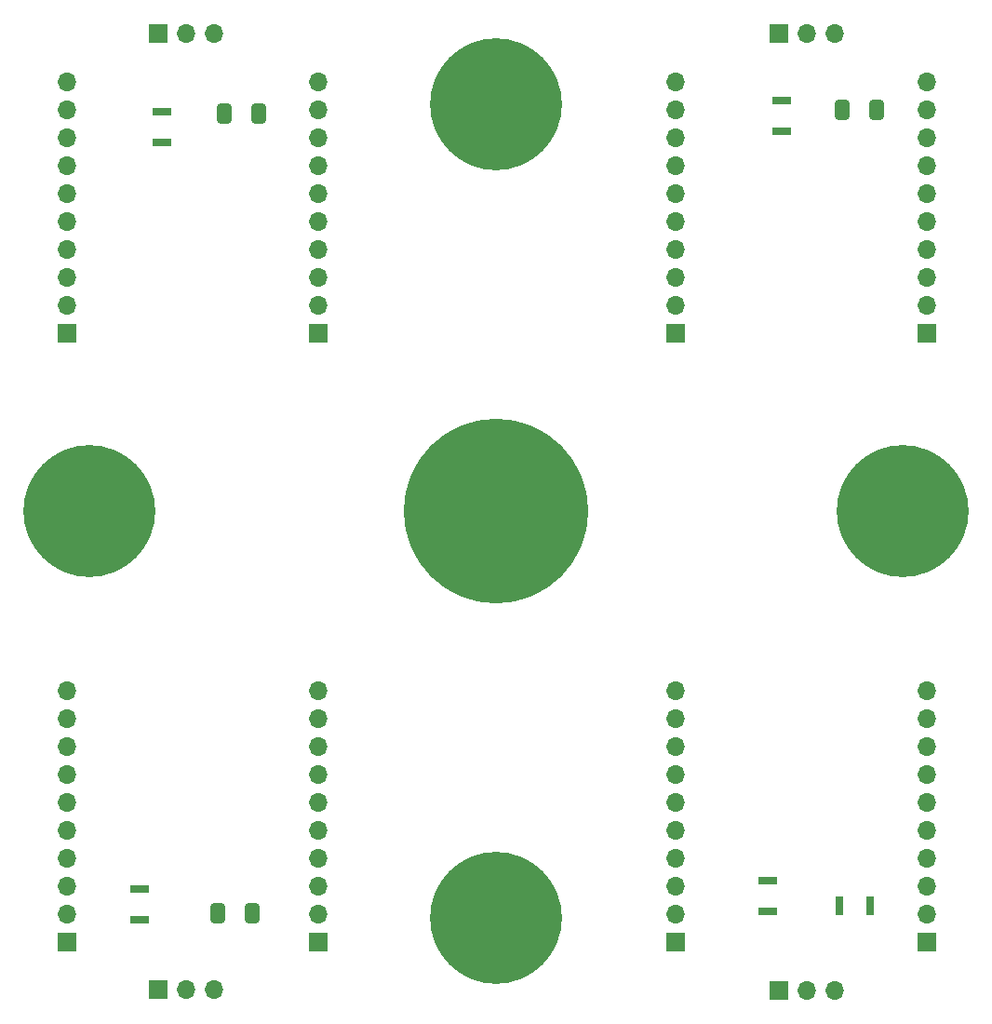
<source format=gbr>
%TF.GenerationSoftware,KiCad,Pcbnew,7.0.5-0*%
%TF.CreationDate,2023-08-23T15:34:40-04:00*%
%TF.ProjectId,quad_sipm,71756164-5f73-4697-906d-2e6b69636164,6.2*%
%TF.SameCoordinates,Original*%
%TF.FileFunction,Soldermask,Bot*%
%TF.FilePolarity,Negative*%
%FSLAX46Y46*%
G04 Gerber Fmt 4.6, Leading zero omitted, Abs format (unit mm)*
G04 Created by KiCad (PCBNEW 7.0.5-0) date 2023-08-23 15:34:40*
%MOMM*%
%LPD*%
G01*
G04 APERTURE LIST*
G04 Aperture macros list*
%AMRoundRect*
0 Rectangle with rounded corners*
0 $1 Rounding radius*
0 $2 $3 $4 $5 $6 $7 $8 $9 X,Y pos of 4 corners*
0 Add a 4 corners polygon primitive as box body*
4,1,4,$2,$3,$4,$5,$6,$7,$8,$9,$2,$3,0*
0 Add four circle primitives for the rounded corners*
1,1,$1+$1,$2,$3*
1,1,$1+$1,$4,$5*
1,1,$1+$1,$6,$7*
1,1,$1+$1,$8,$9*
0 Add four rect primitives between the rounded corners*
20,1,$1+$1,$2,$3,$4,$5,0*
20,1,$1+$1,$4,$5,$6,$7,0*
20,1,$1+$1,$6,$7,$8,$9,0*
20,1,$1+$1,$8,$9,$2,$3,0*%
G04 Aperture macros list end*
%ADD10C,16.800000*%
%ADD11C,12.000000*%
%ADD12R,1.700000X1.700000*%
%ADD13O,1.700000X1.700000*%
%ADD14RoundRect,0.250000X0.412500X0.650000X-0.412500X0.650000X-0.412500X-0.650000X0.412500X-0.650000X0*%
%ADD15R,0.701600X1.699200*%
%ADD16R,1.699200X0.701600*%
G04 APERTURE END LIST*
D10*
%TO.C,H2*%
X100000000Y-100000000D03*
%TD*%
D11*
%TO.C,H3*%
X100000000Y-137000000D03*
%TD*%
%TO.C,H4*%
X137000000Y-100000000D03*
%TD*%
%TO.C,H5*%
X63000000Y-100000000D03*
%TD*%
%TO.C,H1*%
X100000000Y-63000000D03*
%TD*%
D12*
%TO.C,J7*%
X139146000Y-83820000D03*
D13*
X139146000Y-81280000D03*
X139146000Y-78740000D03*
X139146000Y-76200000D03*
X139146000Y-73660000D03*
X139146000Y-71120000D03*
X139146000Y-68580000D03*
X139146000Y-66040000D03*
X139146000Y-63500000D03*
X139146000Y-60960000D03*
D12*
X116286000Y-83820000D03*
D13*
X116286000Y-81280000D03*
X116286000Y-78740000D03*
X116286000Y-76200000D03*
X116286000Y-73660000D03*
X116286000Y-71120000D03*
X116286000Y-68580000D03*
X116286000Y-66040000D03*
X116286000Y-63500000D03*
X116286000Y-60960000D03*
%TD*%
D12*
%TO.C,J8*%
X83774000Y-83820000D03*
D13*
X83774000Y-81280000D03*
X83774000Y-78740000D03*
X83774000Y-76200000D03*
X83774000Y-73660000D03*
X83774000Y-71120000D03*
X83774000Y-68580000D03*
X83774000Y-66040000D03*
X83774000Y-63500000D03*
X83774000Y-60960000D03*
D12*
X60914000Y-83820000D03*
D13*
X60914000Y-81280000D03*
X60914000Y-78740000D03*
X60914000Y-76200000D03*
X60914000Y-73660000D03*
X60914000Y-71120000D03*
X60914000Y-68580000D03*
X60914000Y-66040000D03*
X60914000Y-63500000D03*
X60914000Y-60960000D03*
%TD*%
D12*
%TO.C,J6*%
X83774000Y-139192000D03*
D13*
X83774000Y-136652000D03*
X83774000Y-134112000D03*
X83774000Y-131572000D03*
X83774000Y-129032000D03*
X83774000Y-126492000D03*
X83774000Y-123952000D03*
X83774000Y-121412000D03*
X83774000Y-118872000D03*
X83774000Y-116332000D03*
D12*
X60914000Y-139192000D03*
D13*
X60914000Y-136652000D03*
X60914000Y-134112000D03*
X60914000Y-131572000D03*
X60914000Y-129032000D03*
X60914000Y-126492000D03*
X60914000Y-123952000D03*
X60914000Y-121412000D03*
X60914000Y-118872000D03*
X60914000Y-116332000D03*
%TD*%
D12*
%TO.C,J5*%
X139146000Y-139192000D03*
D13*
X139146000Y-136652000D03*
X139146000Y-134112000D03*
X139146000Y-131572000D03*
X139146000Y-129032000D03*
X139146000Y-126492000D03*
X139146000Y-123952000D03*
X139146000Y-121412000D03*
X139146000Y-118872000D03*
X139146000Y-116332000D03*
D12*
X116286000Y-139192000D03*
D13*
X116286000Y-136652000D03*
X116286000Y-134112000D03*
X116286000Y-131572000D03*
X116286000Y-129032000D03*
X116286000Y-126492000D03*
X116286000Y-123952000D03*
X116286000Y-121412000D03*
X116286000Y-118872000D03*
X116286000Y-116332000D03*
%TD*%
D12*
%TO.C,J1*%
X125685000Y-143555000D03*
D13*
X128225000Y-143555000D03*
X130765000Y-143555000D03*
%TD*%
D14*
%TO.C,C4*%
X78397500Y-63792500D03*
X75272500Y-63792500D03*
%TD*%
D12*
%TO.C,J3*%
X125685000Y-56560000D03*
D13*
X128225000Y-56560000D03*
X130765000Y-56560000D03*
%TD*%
D12*
%TO.C,J4*%
X69215000Y-56515000D03*
D13*
X71755000Y-56515000D03*
X74295000Y-56515000D03*
%TD*%
D14*
%TO.C,C3*%
X134570000Y-63500000D03*
X131445000Y-63500000D03*
%TD*%
D12*
%TO.C,J2*%
X69215000Y-143510000D03*
D13*
X71755000Y-143510000D03*
X74295000Y-143510000D03*
%TD*%
D15*
%TO.C,C1*%
X134027300Y-135890000D03*
X131225700Y-135890000D03*
%TD*%
D14*
%TO.C,C2*%
X77762500Y-136525000D03*
X74637500Y-136525000D03*
%TD*%
D16*
%TO.C,R4*%
X67564000Y-137160000D03*
X67564000Y-134358400D03*
%TD*%
%TO.C,R1*%
X124714000Y-136398000D03*
X124714000Y-133596400D03*
%TD*%
%TO.C,R2*%
X125984000Y-62607200D03*
X125984000Y-65408800D03*
%TD*%
%TO.C,R3*%
X69596000Y-63623200D03*
X69596000Y-66424800D03*
%TD*%
M02*

</source>
